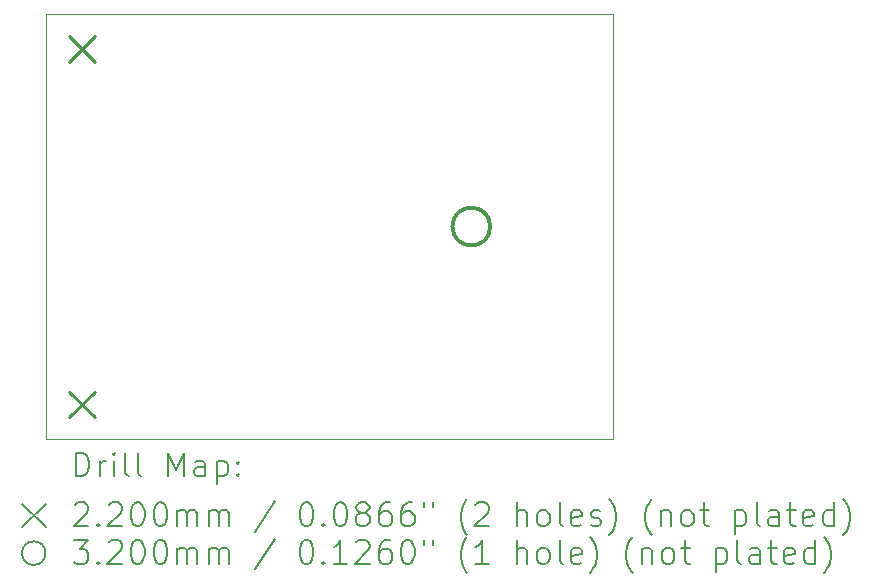
<source format=gbr>
%TF.GenerationSoftware,KiCad,Pcbnew,6.0.11*%
%TF.CreationDate,2024-08-04T21:37:51+01:00*%
%TF.ProjectId,ESPboard,45535062-6f61-4726-942e-6b696361645f,rev?*%
%TF.SameCoordinates,PX87a6900PY5d04800*%
%TF.FileFunction,Drillmap*%
%TF.FilePolarity,Positive*%
%FSLAX45Y45*%
G04 Gerber Fmt 4.5, Leading zero omitted, Abs format (unit mm)*
G04 Created by KiCad (PCBNEW 6.0.11) date 2024-08-04 21:37:51*
%MOMM*%
%LPD*%
G01*
G04 APERTURE LIST*
%ADD10C,0.100000*%
%ADD11C,0.200000*%
%ADD12C,0.220000*%
%ADD13C,0.320000*%
G04 APERTURE END LIST*
D10*
X0Y-3600000D02*
X4800000Y-3600000D01*
X4800000Y-3600000D02*
X4800000Y0D01*
X4800000Y0D02*
X0Y0D01*
X0Y0D02*
X0Y-3600000D01*
D11*
D12*
X190000Y-190000D02*
X410000Y-410000D01*
X410000Y-190000D02*
X190000Y-410000D01*
X190000Y-3196800D02*
X410000Y-3416800D01*
X410000Y-3196800D02*
X190000Y-3416800D01*
D13*
X3760000Y-1800000D02*
G75*
G03*
X3760000Y-1800000I-160000J0D01*
G01*
D11*
X252619Y-3915476D02*
X252619Y-3715476D01*
X300238Y-3715476D01*
X328810Y-3725000D01*
X347857Y-3744048D01*
X357381Y-3763095D01*
X366905Y-3801190D01*
X366905Y-3829762D01*
X357381Y-3867857D01*
X347857Y-3886905D01*
X328810Y-3905952D01*
X300238Y-3915476D01*
X252619Y-3915476D01*
X452619Y-3915476D02*
X452619Y-3782143D01*
X452619Y-3820238D02*
X462143Y-3801190D01*
X471667Y-3791667D01*
X490714Y-3782143D01*
X509762Y-3782143D01*
X576429Y-3915476D02*
X576429Y-3782143D01*
X576429Y-3715476D02*
X566905Y-3725000D01*
X576429Y-3734524D01*
X585952Y-3725000D01*
X576429Y-3715476D01*
X576429Y-3734524D01*
X700238Y-3915476D02*
X681190Y-3905952D01*
X671667Y-3886905D01*
X671667Y-3715476D01*
X805000Y-3915476D02*
X785952Y-3905952D01*
X776428Y-3886905D01*
X776428Y-3715476D01*
X1033571Y-3915476D02*
X1033571Y-3715476D01*
X1100238Y-3858333D01*
X1166905Y-3715476D01*
X1166905Y-3915476D01*
X1347857Y-3915476D02*
X1347857Y-3810714D01*
X1338333Y-3791667D01*
X1319286Y-3782143D01*
X1281190Y-3782143D01*
X1262143Y-3791667D01*
X1347857Y-3905952D02*
X1328810Y-3915476D01*
X1281190Y-3915476D01*
X1262143Y-3905952D01*
X1252619Y-3886905D01*
X1252619Y-3867857D01*
X1262143Y-3848809D01*
X1281190Y-3839286D01*
X1328810Y-3839286D01*
X1347857Y-3829762D01*
X1443095Y-3782143D02*
X1443095Y-3982143D01*
X1443095Y-3791667D02*
X1462143Y-3782143D01*
X1500238Y-3782143D01*
X1519286Y-3791667D01*
X1528809Y-3801190D01*
X1538333Y-3820238D01*
X1538333Y-3877381D01*
X1528809Y-3896428D01*
X1519286Y-3905952D01*
X1500238Y-3915476D01*
X1462143Y-3915476D01*
X1443095Y-3905952D01*
X1624048Y-3896428D02*
X1633571Y-3905952D01*
X1624048Y-3915476D01*
X1614524Y-3905952D01*
X1624048Y-3896428D01*
X1624048Y-3915476D01*
X1624048Y-3791667D02*
X1633571Y-3801190D01*
X1624048Y-3810714D01*
X1614524Y-3801190D01*
X1624048Y-3791667D01*
X1624048Y-3810714D01*
X-205000Y-4145000D02*
X-5000Y-4345000D01*
X-5000Y-4145000D02*
X-205000Y-4345000D01*
X243095Y-4154524D02*
X252619Y-4145000D01*
X271667Y-4135476D01*
X319286Y-4135476D01*
X338333Y-4145000D01*
X347857Y-4154524D01*
X357381Y-4173571D01*
X357381Y-4192619D01*
X347857Y-4221190D01*
X233571Y-4335476D01*
X357381Y-4335476D01*
X443095Y-4316429D02*
X452619Y-4325952D01*
X443095Y-4335476D01*
X433571Y-4325952D01*
X443095Y-4316429D01*
X443095Y-4335476D01*
X528810Y-4154524D02*
X538333Y-4145000D01*
X557381Y-4135476D01*
X605000Y-4135476D01*
X624048Y-4145000D01*
X633571Y-4154524D01*
X643095Y-4173571D01*
X643095Y-4192619D01*
X633571Y-4221190D01*
X519286Y-4335476D01*
X643095Y-4335476D01*
X766905Y-4135476D02*
X785952Y-4135476D01*
X805000Y-4145000D01*
X814524Y-4154524D01*
X824048Y-4173571D01*
X833571Y-4211667D01*
X833571Y-4259286D01*
X824048Y-4297381D01*
X814524Y-4316429D01*
X805000Y-4325952D01*
X785952Y-4335476D01*
X766905Y-4335476D01*
X747857Y-4325952D01*
X738333Y-4316429D01*
X728809Y-4297381D01*
X719286Y-4259286D01*
X719286Y-4211667D01*
X728809Y-4173571D01*
X738333Y-4154524D01*
X747857Y-4145000D01*
X766905Y-4135476D01*
X957381Y-4135476D02*
X976428Y-4135476D01*
X995476Y-4145000D01*
X1005000Y-4154524D01*
X1014524Y-4173571D01*
X1024048Y-4211667D01*
X1024048Y-4259286D01*
X1014524Y-4297381D01*
X1005000Y-4316429D01*
X995476Y-4325952D01*
X976428Y-4335476D01*
X957381Y-4335476D01*
X938333Y-4325952D01*
X928809Y-4316429D01*
X919286Y-4297381D01*
X909762Y-4259286D01*
X909762Y-4211667D01*
X919286Y-4173571D01*
X928809Y-4154524D01*
X938333Y-4145000D01*
X957381Y-4135476D01*
X1109762Y-4335476D02*
X1109762Y-4202143D01*
X1109762Y-4221190D02*
X1119286Y-4211667D01*
X1138333Y-4202143D01*
X1166905Y-4202143D01*
X1185952Y-4211667D01*
X1195476Y-4230714D01*
X1195476Y-4335476D01*
X1195476Y-4230714D02*
X1205000Y-4211667D01*
X1224048Y-4202143D01*
X1252619Y-4202143D01*
X1271667Y-4211667D01*
X1281190Y-4230714D01*
X1281190Y-4335476D01*
X1376429Y-4335476D02*
X1376429Y-4202143D01*
X1376429Y-4221190D02*
X1385952Y-4211667D01*
X1405000Y-4202143D01*
X1433571Y-4202143D01*
X1452619Y-4211667D01*
X1462143Y-4230714D01*
X1462143Y-4335476D01*
X1462143Y-4230714D02*
X1471667Y-4211667D01*
X1490714Y-4202143D01*
X1519286Y-4202143D01*
X1538333Y-4211667D01*
X1547857Y-4230714D01*
X1547857Y-4335476D01*
X1938333Y-4125952D02*
X1766905Y-4383095D01*
X2195476Y-4135476D02*
X2214524Y-4135476D01*
X2233571Y-4145000D01*
X2243095Y-4154524D01*
X2252619Y-4173571D01*
X2262143Y-4211667D01*
X2262143Y-4259286D01*
X2252619Y-4297381D01*
X2243095Y-4316429D01*
X2233571Y-4325952D01*
X2214524Y-4335476D01*
X2195476Y-4335476D01*
X2176429Y-4325952D01*
X2166905Y-4316429D01*
X2157381Y-4297381D01*
X2147857Y-4259286D01*
X2147857Y-4211667D01*
X2157381Y-4173571D01*
X2166905Y-4154524D01*
X2176429Y-4145000D01*
X2195476Y-4135476D01*
X2347857Y-4316429D02*
X2357381Y-4325952D01*
X2347857Y-4335476D01*
X2338333Y-4325952D01*
X2347857Y-4316429D01*
X2347857Y-4335476D01*
X2481190Y-4135476D02*
X2500238Y-4135476D01*
X2519286Y-4145000D01*
X2528810Y-4154524D01*
X2538333Y-4173571D01*
X2547857Y-4211667D01*
X2547857Y-4259286D01*
X2538333Y-4297381D01*
X2528810Y-4316429D01*
X2519286Y-4325952D01*
X2500238Y-4335476D01*
X2481190Y-4335476D01*
X2462143Y-4325952D01*
X2452619Y-4316429D01*
X2443095Y-4297381D01*
X2433571Y-4259286D01*
X2433571Y-4211667D01*
X2443095Y-4173571D01*
X2452619Y-4154524D01*
X2462143Y-4145000D01*
X2481190Y-4135476D01*
X2662143Y-4221190D02*
X2643095Y-4211667D01*
X2633571Y-4202143D01*
X2624048Y-4183095D01*
X2624048Y-4173571D01*
X2633571Y-4154524D01*
X2643095Y-4145000D01*
X2662143Y-4135476D01*
X2700238Y-4135476D01*
X2719286Y-4145000D01*
X2728810Y-4154524D01*
X2738333Y-4173571D01*
X2738333Y-4183095D01*
X2728810Y-4202143D01*
X2719286Y-4211667D01*
X2700238Y-4221190D01*
X2662143Y-4221190D01*
X2643095Y-4230714D01*
X2633571Y-4240238D01*
X2624048Y-4259286D01*
X2624048Y-4297381D01*
X2633571Y-4316429D01*
X2643095Y-4325952D01*
X2662143Y-4335476D01*
X2700238Y-4335476D01*
X2719286Y-4325952D01*
X2728810Y-4316429D01*
X2738333Y-4297381D01*
X2738333Y-4259286D01*
X2728810Y-4240238D01*
X2719286Y-4230714D01*
X2700238Y-4221190D01*
X2909762Y-4135476D02*
X2871667Y-4135476D01*
X2852619Y-4145000D01*
X2843095Y-4154524D01*
X2824048Y-4183095D01*
X2814524Y-4221190D01*
X2814524Y-4297381D01*
X2824048Y-4316429D01*
X2833571Y-4325952D01*
X2852619Y-4335476D01*
X2890714Y-4335476D01*
X2909762Y-4325952D01*
X2919286Y-4316429D01*
X2928809Y-4297381D01*
X2928809Y-4249762D01*
X2919286Y-4230714D01*
X2909762Y-4221190D01*
X2890714Y-4211667D01*
X2852619Y-4211667D01*
X2833571Y-4221190D01*
X2824048Y-4230714D01*
X2814524Y-4249762D01*
X3100238Y-4135476D02*
X3062143Y-4135476D01*
X3043095Y-4145000D01*
X3033571Y-4154524D01*
X3014524Y-4183095D01*
X3005000Y-4221190D01*
X3005000Y-4297381D01*
X3014524Y-4316429D01*
X3024048Y-4325952D01*
X3043095Y-4335476D01*
X3081190Y-4335476D01*
X3100238Y-4325952D01*
X3109762Y-4316429D01*
X3119286Y-4297381D01*
X3119286Y-4249762D01*
X3109762Y-4230714D01*
X3100238Y-4221190D01*
X3081190Y-4211667D01*
X3043095Y-4211667D01*
X3024048Y-4221190D01*
X3014524Y-4230714D01*
X3005000Y-4249762D01*
X3195476Y-4135476D02*
X3195476Y-4173571D01*
X3271667Y-4135476D02*
X3271667Y-4173571D01*
X3566905Y-4411667D02*
X3557381Y-4402143D01*
X3538333Y-4373571D01*
X3528809Y-4354524D01*
X3519286Y-4325952D01*
X3509762Y-4278333D01*
X3509762Y-4240238D01*
X3519286Y-4192619D01*
X3528809Y-4164048D01*
X3538333Y-4145000D01*
X3557381Y-4116428D01*
X3566905Y-4106905D01*
X3633571Y-4154524D02*
X3643095Y-4145000D01*
X3662143Y-4135476D01*
X3709762Y-4135476D01*
X3728809Y-4145000D01*
X3738333Y-4154524D01*
X3747857Y-4173571D01*
X3747857Y-4192619D01*
X3738333Y-4221190D01*
X3624048Y-4335476D01*
X3747857Y-4335476D01*
X3985952Y-4335476D02*
X3985952Y-4135476D01*
X4071667Y-4335476D02*
X4071667Y-4230714D01*
X4062143Y-4211667D01*
X4043095Y-4202143D01*
X4014524Y-4202143D01*
X3995476Y-4211667D01*
X3985952Y-4221190D01*
X4195476Y-4335476D02*
X4176428Y-4325952D01*
X4166905Y-4316429D01*
X4157381Y-4297381D01*
X4157381Y-4240238D01*
X4166905Y-4221190D01*
X4176428Y-4211667D01*
X4195476Y-4202143D01*
X4224048Y-4202143D01*
X4243095Y-4211667D01*
X4252619Y-4221190D01*
X4262143Y-4240238D01*
X4262143Y-4297381D01*
X4252619Y-4316429D01*
X4243095Y-4325952D01*
X4224048Y-4335476D01*
X4195476Y-4335476D01*
X4376429Y-4335476D02*
X4357381Y-4325952D01*
X4347857Y-4306905D01*
X4347857Y-4135476D01*
X4528810Y-4325952D02*
X4509762Y-4335476D01*
X4471667Y-4335476D01*
X4452619Y-4325952D01*
X4443095Y-4306905D01*
X4443095Y-4230714D01*
X4452619Y-4211667D01*
X4471667Y-4202143D01*
X4509762Y-4202143D01*
X4528810Y-4211667D01*
X4538333Y-4230714D01*
X4538333Y-4249762D01*
X4443095Y-4268810D01*
X4614524Y-4325952D02*
X4633571Y-4335476D01*
X4671667Y-4335476D01*
X4690714Y-4325952D01*
X4700238Y-4306905D01*
X4700238Y-4297381D01*
X4690714Y-4278333D01*
X4671667Y-4268810D01*
X4643095Y-4268810D01*
X4624048Y-4259286D01*
X4614524Y-4240238D01*
X4614524Y-4230714D01*
X4624048Y-4211667D01*
X4643095Y-4202143D01*
X4671667Y-4202143D01*
X4690714Y-4211667D01*
X4766905Y-4411667D02*
X4776429Y-4402143D01*
X4795476Y-4373571D01*
X4805000Y-4354524D01*
X4814524Y-4325952D01*
X4824048Y-4278333D01*
X4824048Y-4240238D01*
X4814524Y-4192619D01*
X4805000Y-4164048D01*
X4795476Y-4145000D01*
X4776429Y-4116428D01*
X4766905Y-4106905D01*
X5128810Y-4411667D02*
X5119286Y-4402143D01*
X5100238Y-4373571D01*
X5090714Y-4354524D01*
X5081190Y-4325952D01*
X5071667Y-4278333D01*
X5071667Y-4240238D01*
X5081190Y-4192619D01*
X5090714Y-4164048D01*
X5100238Y-4145000D01*
X5119286Y-4116428D01*
X5128810Y-4106905D01*
X5205000Y-4202143D02*
X5205000Y-4335476D01*
X5205000Y-4221190D02*
X5214524Y-4211667D01*
X5233571Y-4202143D01*
X5262143Y-4202143D01*
X5281190Y-4211667D01*
X5290714Y-4230714D01*
X5290714Y-4335476D01*
X5414524Y-4335476D02*
X5395476Y-4325952D01*
X5385952Y-4316429D01*
X5376429Y-4297381D01*
X5376429Y-4240238D01*
X5385952Y-4221190D01*
X5395476Y-4211667D01*
X5414524Y-4202143D01*
X5443095Y-4202143D01*
X5462143Y-4211667D01*
X5471667Y-4221190D01*
X5481190Y-4240238D01*
X5481190Y-4297381D01*
X5471667Y-4316429D01*
X5462143Y-4325952D01*
X5443095Y-4335476D01*
X5414524Y-4335476D01*
X5538333Y-4202143D02*
X5614524Y-4202143D01*
X5566905Y-4135476D02*
X5566905Y-4306905D01*
X5576429Y-4325952D01*
X5595476Y-4335476D01*
X5614524Y-4335476D01*
X5833571Y-4202143D02*
X5833571Y-4402143D01*
X5833571Y-4211667D02*
X5852619Y-4202143D01*
X5890714Y-4202143D01*
X5909762Y-4211667D01*
X5919286Y-4221190D01*
X5928809Y-4240238D01*
X5928809Y-4297381D01*
X5919286Y-4316429D01*
X5909762Y-4325952D01*
X5890714Y-4335476D01*
X5852619Y-4335476D01*
X5833571Y-4325952D01*
X6043095Y-4335476D02*
X6024048Y-4325952D01*
X6014524Y-4306905D01*
X6014524Y-4135476D01*
X6205000Y-4335476D02*
X6205000Y-4230714D01*
X6195476Y-4211667D01*
X6176428Y-4202143D01*
X6138333Y-4202143D01*
X6119286Y-4211667D01*
X6205000Y-4325952D02*
X6185952Y-4335476D01*
X6138333Y-4335476D01*
X6119286Y-4325952D01*
X6109762Y-4306905D01*
X6109762Y-4287857D01*
X6119286Y-4268810D01*
X6138333Y-4259286D01*
X6185952Y-4259286D01*
X6205000Y-4249762D01*
X6271667Y-4202143D02*
X6347857Y-4202143D01*
X6300238Y-4135476D02*
X6300238Y-4306905D01*
X6309762Y-4325952D01*
X6328809Y-4335476D01*
X6347857Y-4335476D01*
X6490714Y-4325952D02*
X6471667Y-4335476D01*
X6433571Y-4335476D01*
X6414524Y-4325952D01*
X6405000Y-4306905D01*
X6405000Y-4230714D01*
X6414524Y-4211667D01*
X6433571Y-4202143D01*
X6471667Y-4202143D01*
X6490714Y-4211667D01*
X6500238Y-4230714D01*
X6500238Y-4249762D01*
X6405000Y-4268810D01*
X6671667Y-4335476D02*
X6671667Y-4135476D01*
X6671667Y-4325952D02*
X6652619Y-4335476D01*
X6614524Y-4335476D01*
X6595476Y-4325952D01*
X6585952Y-4316429D01*
X6576428Y-4297381D01*
X6576428Y-4240238D01*
X6585952Y-4221190D01*
X6595476Y-4211667D01*
X6614524Y-4202143D01*
X6652619Y-4202143D01*
X6671667Y-4211667D01*
X6747857Y-4411667D02*
X6757381Y-4402143D01*
X6776428Y-4373571D01*
X6785952Y-4354524D01*
X6795476Y-4325952D01*
X6805000Y-4278333D01*
X6805000Y-4240238D01*
X6795476Y-4192619D01*
X6785952Y-4164048D01*
X6776428Y-4145000D01*
X6757381Y-4116428D01*
X6747857Y-4106905D01*
X-5000Y-4565000D02*
G75*
G03*
X-5000Y-4565000I-100000J0D01*
G01*
X233571Y-4455476D02*
X357381Y-4455476D01*
X290714Y-4531667D01*
X319286Y-4531667D01*
X338333Y-4541190D01*
X347857Y-4550714D01*
X357381Y-4569762D01*
X357381Y-4617381D01*
X347857Y-4636429D01*
X338333Y-4645952D01*
X319286Y-4655476D01*
X262143Y-4655476D01*
X243095Y-4645952D01*
X233571Y-4636429D01*
X443095Y-4636429D02*
X452619Y-4645952D01*
X443095Y-4655476D01*
X433571Y-4645952D01*
X443095Y-4636429D01*
X443095Y-4655476D01*
X528810Y-4474524D02*
X538333Y-4465000D01*
X557381Y-4455476D01*
X605000Y-4455476D01*
X624048Y-4465000D01*
X633571Y-4474524D01*
X643095Y-4493571D01*
X643095Y-4512619D01*
X633571Y-4541190D01*
X519286Y-4655476D01*
X643095Y-4655476D01*
X766905Y-4455476D02*
X785952Y-4455476D01*
X805000Y-4465000D01*
X814524Y-4474524D01*
X824048Y-4493571D01*
X833571Y-4531667D01*
X833571Y-4579286D01*
X824048Y-4617381D01*
X814524Y-4636429D01*
X805000Y-4645952D01*
X785952Y-4655476D01*
X766905Y-4655476D01*
X747857Y-4645952D01*
X738333Y-4636429D01*
X728809Y-4617381D01*
X719286Y-4579286D01*
X719286Y-4531667D01*
X728809Y-4493571D01*
X738333Y-4474524D01*
X747857Y-4465000D01*
X766905Y-4455476D01*
X957381Y-4455476D02*
X976428Y-4455476D01*
X995476Y-4465000D01*
X1005000Y-4474524D01*
X1014524Y-4493571D01*
X1024048Y-4531667D01*
X1024048Y-4579286D01*
X1014524Y-4617381D01*
X1005000Y-4636429D01*
X995476Y-4645952D01*
X976428Y-4655476D01*
X957381Y-4655476D01*
X938333Y-4645952D01*
X928809Y-4636429D01*
X919286Y-4617381D01*
X909762Y-4579286D01*
X909762Y-4531667D01*
X919286Y-4493571D01*
X928809Y-4474524D01*
X938333Y-4465000D01*
X957381Y-4455476D01*
X1109762Y-4655476D02*
X1109762Y-4522143D01*
X1109762Y-4541190D02*
X1119286Y-4531667D01*
X1138333Y-4522143D01*
X1166905Y-4522143D01*
X1185952Y-4531667D01*
X1195476Y-4550714D01*
X1195476Y-4655476D01*
X1195476Y-4550714D02*
X1205000Y-4531667D01*
X1224048Y-4522143D01*
X1252619Y-4522143D01*
X1271667Y-4531667D01*
X1281190Y-4550714D01*
X1281190Y-4655476D01*
X1376429Y-4655476D02*
X1376429Y-4522143D01*
X1376429Y-4541190D02*
X1385952Y-4531667D01*
X1405000Y-4522143D01*
X1433571Y-4522143D01*
X1452619Y-4531667D01*
X1462143Y-4550714D01*
X1462143Y-4655476D01*
X1462143Y-4550714D02*
X1471667Y-4531667D01*
X1490714Y-4522143D01*
X1519286Y-4522143D01*
X1538333Y-4531667D01*
X1547857Y-4550714D01*
X1547857Y-4655476D01*
X1938333Y-4445952D02*
X1766905Y-4703095D01*
X2195476Y-4455476D02*
X2214524Y-4455476D01*
X2233571Y-4465000D01*
X2243095Y-4474524D01*
X2252619Y-4493571D01*
X2262143Y-4531667D01*
X2262143Y-4579286D01*
X2252619Y-4617381D01*
X2243095Y-4636429D01*
X2233571Y-4645952D01*
X2214524Y-4655476D01*
X2195476Y-4655476D01*
X2176429Y-4645952D01*
X2166905Y-4636429D01*
X2157381Y-4617381D01*
X2147857Y-4579286D01*
X2147857Y-4531667D01*
X2157381Y-4493571D01*
X2166905Y-4474524D01*
X2176429Y-4465000D01*
X2195476Y-4455476D01*
X2347857Y-4636429D02*
X2357381Y-4645952D01*
X2347857Y-4655476D01*
X2338333Y-4645952D01*
X2347857Y-4636429D01*
X2347857Y-4655476D01*
X2547857Y-4655476D02*
X2433571Y-4655476D01*
X2490714Y-4655476D02*
X2490714Y-4455476D01*
X2471667Y-4484048D01*
X2452619Y-4503095D01*
X2433571Y-4512619D01*
X2624048Y-4474524D02*
X2633571Y-4465000D01*
X2652619Y-4455476D01*
X2700238Y-4455476D01*
X2719286Y-4465000D01*
X2728810Y-4474524D01*
X2738333Y-4493571D01*
X2738333Y-4512619D01*
X2728810Y-4541190D01*
X2614524Y-4655476D01*
X2738333Y-4655476D01*
X2909762Y-4455476D02*
X2871667Y-4455476D01*
X2852619Y-4465000D01*
X2843095Y-4474524D01*
X2824048Y-4503095D01*
X2814524Y-4541190D01*
X2814524Y-4617381D01*
X2824048Y-4636429D01*
X2833571Y-4645952D01*
X2852619Y-4655476D01*
X2890714Y-4655476D01*
X2909762Y-4645952D01*
X2919286Y-4636429D01*
X2928809Y-4617381D01*
X2928809Y-4569762D01*
X2919286Y-4550714D01*
X2909762Y-4541190D01*
X2890714Y-4531667D01*
X2852619Y-4531667D01*
X2833571Y-4541190D01*
X2824048Y-4550714D01*
X2814524Y-4569762D01*
X3052619Y-4455476D02*
X3071667Y-4455476D01*
X3090714Y-4465000D01*
X3100238Y-4474524D01*
X3109762Y-4493571D01*
X3119286Y-4531667D01*
X3119286Y-4579286D01*
X3109762Y-4617381D01*
X3100238Y-4636429D01*
X3090714Y-4645952D01*
X3071667Y-4655476D01*
X3052619Y-4655476D01*
X3033571Y-4645952D01*
X3024048Y-4636429D01*
X3014524Y-4617381D01*
X3005000Y-4579286D01*
X3005000Y-4531667D01*
X3014524Y-4493571D01*
X3024048Y-4474524D01*
X3033571Y-4465000D01*
X3052619Y-4455476D01*
X3195476Y-4455476D02*
X3195476Y-4493571D01*
X3271667Y-4455476D02*
X3271667Y-4493571D01*
X3566905Y-4731667D02*
X3557381Y-4722143D01*
X3538333Y-4693571D01*
X3528809Y-4674524D01*
X3519286Y-4645952D01*
X3509762Y-4598333D01*
X3509762Y-4560238D01*
X3519286Y-4512619D01*
X3528809Y-4484048D01*
X3538333Y-4465000D01*
X3557381Y-4436429D01*
X3566905Y-4426905D01*
X3747857Y-4655476D02*
X3633571Y-4655476D01*
X3690714Y-4655476D02*
X3690714Y-4455476D01*
X3671667Y-4484048D01*
X3652619Y-4503095D01*
X3633571Y-4512619D01*
X3985952Y-4655476D02*
X3985952Y-4455476D01*
X4071667Y-4655476D02*
X4071667Y-4550714D01*
X4062143Y-4531667D01*
X4043095Y-4522143D01*
X4014524Y-4522143D01*
X3995476Y-4531667D01*
X3985952Y-4541190D01*
X4195476Y-4655476D02*
X4176428Y-4645952D01*
X4166905Y-4636429D01*
X4157381Y-4617381D01*
X4157381Y-4560238D01*
X4166905Y-4541190D01*
X4176428Y-4531667D01*
X4195476Y-4522143D01*
X4224048Y-4522143D01*
X4243095Y-4531667D01*
X4252619Y-4541190D01*
X4262143Y-4560238D01*
X4262143Y-4617381D01*
X4252619Y-4636429D01*
X4243095Y-4645952D01*
X4224048Y-4655476D01*
X4195476Y-4655476D01*
X4376429Y-4655476D02*
X4357381Y-4645952D01*
X4347857Y-4626905D01*
X4347857Y-4455476D01*
X4528810Y-4645952D02*
X4509762Y-4655476D01*
X4471667Y-4655476D01*
X4452619Y-4645952D01*
X4443095Y-4626905D01*
X4443095Y-4550714D01*
X4452619Y-4531667D01*
X4471667Y-4522143D01*
X4509762Y-4522143D01*
X4528810Y-4531667D01*
X4538333Y-4550714D01*
X4538333Y-4569762D01*
X4443095Y-4588810D01*
X4605000Y-4731667D02*
X4614524Y-4722143D01*
X4633571Y-4693571D01*
X4643095Y-4674524D01*
X4652619Y-4645952D01*
X4662143Y-4598333D01*
X4662143Y-4560238D01*
X4652619Y-4512619D01*
X4643095Y-4484048D01*
X4633571Y-4465000D01*
X4614524Y-4436429D01*
X4605000Y-4426905D01*
X4966905Y-4731667D02*
X4957381Y-4722143D01*
X4938333Y-4693571D01*
X4928810Y-4674524D01*
X4919286Y-4645952D01*
X4909762Y-4598333D01*
X4909762Y-4560238D01*
X4919286Y-4512619D01*
X4928810Y-4484048D01*
X4938333Y-4465000D01*
X4957381Y-4436429D01*
X4966905Y-4426905D01*
X5043095Y-4522143D02*
X5043095Y-4655476D01*
X5043095Y-4541190D02*
X5052619Y-4531667D01*
X5071667Y-4522143D01*
X5100238Y-4522143D01*
X5119286Y-4531667D01*
X5128810Y-4550714D01*
X5128810Y-4655476D01*
X5252619Y-4655476D02*
X5233571Y-4645952D01*
X5224048Y-4636429D01*
X5214524Y-4617381D01*
X5214524Y-4560238D01*
X5224048Y-4541190D01*
X5233571Y-4531667D01*
X5252619Y-4522143D01*
X5281190Y-4522143D01*
X5300238Y-4531667D01*
X5309762Y-4541190D01*
X5319286Y-4560238D01*
X5319286Y-4617381D01*
X5309762Y-4636429D01*
X5300238Y-4645952D01*
X5281190Y-4655476D01*
X5252619Y-4655476D01*
X5376429Y-4522143D02*
X5452619Y-4522143D01*
X5405000Y-4455476D02*
X5405000Y-4626905D01*
X5414524Y-4645952D01*
X5433571Y-4655476D01*
X5452619Y-4655476D01*
X5671667Y-4522143D02*
X5671667Y-4722143D01*
X5671667Y-4531667D02*
X5690714Y-4522143D01*
X5728809Y-4522143D01*
X5747857Y-4531667D01*
X5757381Y-4541190D01*
X5766905Y-4560238D01*
X5766905Y-4617381D01*
X5757381Y-4636429D01*
X5747857Y-4645952D01*
X5728809Y-4655476D01*
X5690714Y-4655476D01*
X5671667Y-4645952D01*
X5881190Y-4655476D02*
X5862143Y-4645952D01*
X5852619Y-4626905D01*
X5852619Y-4455476D01*
X6043095Y-4655476D02*
X6043095Y-4550714D01*
X6033571Y-4531667D01*
X6014524Y-4522143D01*
X5976428Y-4522143D01*
X5957381Y-4531667D01*
X6043095Y-4645952D02*
X6024048Y-4655476D01*
X5976428Y-4655476D01*
X5957381Y-4645952D01*
X5947857Y-4626905D01*
X5947857Y-4607857D01*
X5957381Y-4588810D01*
X5976428Y-4579286D01*
X6024048Y-4579286D01*
X6043095Y-4569762D01*
X6109762Y-4522143D02*
X6185952Y-4522143D01*
X6138333Y-4455476D02*
X6138333Y-4626905D01*
X6147857Y-4645952D01*
X6166905Y-4655476D01*
X6185952Y-4655476D01*
X6328809Y-4645952D02*
X6309762Y-4655476D01*
X6271667Y-4655476D01*
X6252619Y-4645952D01*
X6243095Y-4626905D01*
X6243095Y-4550714D01*
X6252619Y-4531667D01*
X6271667Y-4522143D01*
X6309762Y-4522143D01*
X6328809Y-4531667D01*
X6338333Y-4550714D01*
X6338333Y-4569762D01*
X6243095Y-4588810D01*
X6509762Y-4655476D02*
X6509762Y-4455476D01*
X6509762Y-4645952D02*
X6490714Y-4655476D01*
X6452619Y-4655476D01*
X6433571Y-4645952D01*
X6424048Y-4636429D01*
X6414524Y-4617381D01*
X6414524Y-4560238D01*
X6424048Y-4541190D01*
X6433571Y-4531667D01*
X6452619Y-4522143D01*
X6490714Y-4522143D01*
X6509762Y-4531667D01*
X6585952Y-4731667D02*
X6595476Y-4722143D01*
X6614524Y-4693571D01*
X6624048Y-4674524D01*
X6633571Y-4645952D01*
X6643095Y-4598333D01*
X6643095Y-4560238D01*
X6633571Y-4512619D01*
X6624048Y-4484048D01*
X6614524Y-4465000D01*
X6595476Y-4436429D01*
X6585952Y-4426905D01*
M02*

</source>
